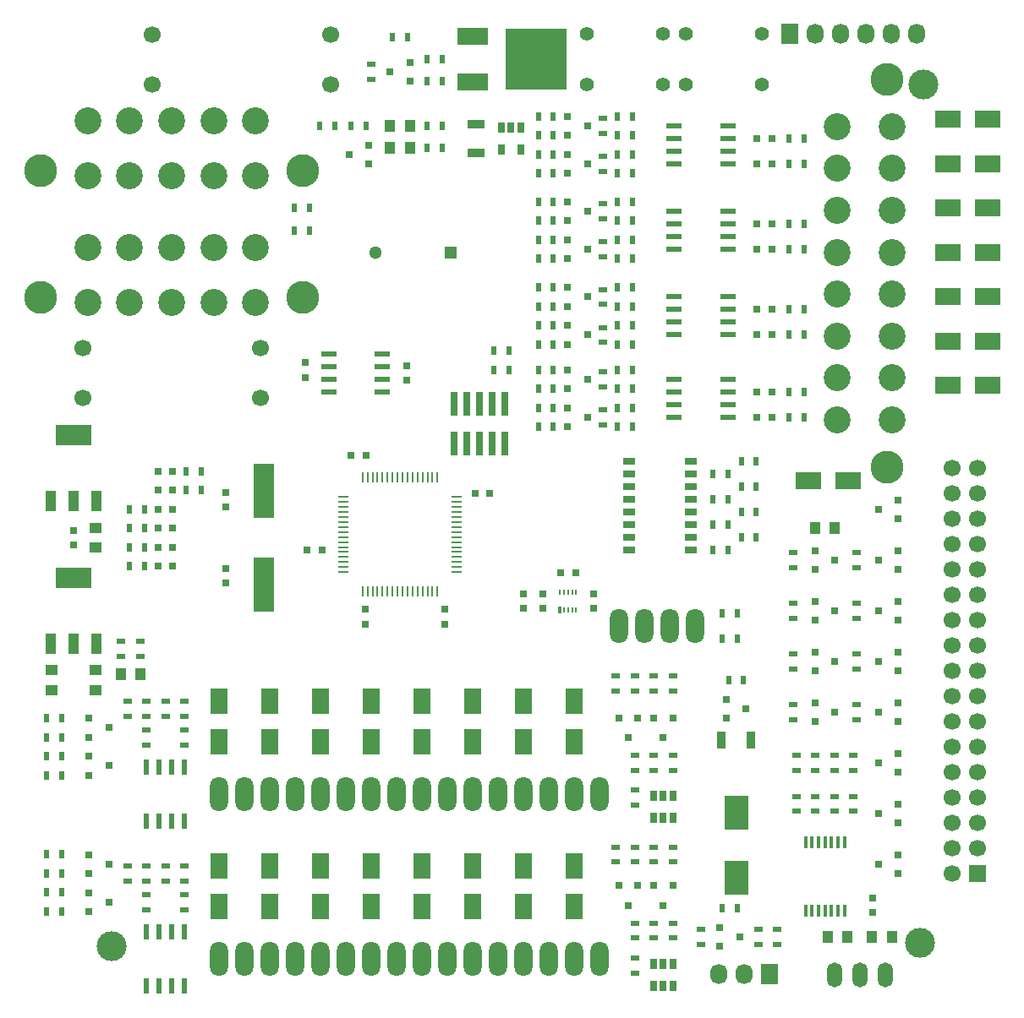
<source format=gts>
%FSLAX46Y46*%
G04 Gerber Fmt 4.6, Leading zero omitted, Abs format (unit mm)*
G04 Created by KiCad (PCBNEW (2014-10-27 BZR 5228)-product) date 6/28/2015 5:24:41 PM*
%MOMM*%
G01*
G04 APERTURE LIST*
%ADD10C,0.100000*%
%ADD11R,1.250000X0.760000*%
%ADD12R,2.400300X3.500120*%
%ADD13R,0.750000X0.800000*%
%ADD14R,1.000000X1.250000*%
%ADD15R,0.800000X0.750000*%
%ADD16R,1.250000X1.000000*%
%ADD17R,1.300000X1.300000*%
%ADD18C,1.300000*%
%ADD19R,0.797560X0.797560*%
%ADD20R,1.800860X2.499360*%
%ADD21R,2.499360X1.800860*%
%ADD22C,1.700000*%
%ADD23O,1.800860X3.500120*%
%ADD24R,1.727200X2.032000*%
%ADD25O,1.727200X2.032000*%
%ADD26C,2.700000*%
%ADD27C,3.300000*%
%ADD28R,0.760000X2.400000*%
%ADD29R,1.550000X0.600000*%
%ADD30R,0.600000X1.550000*%
%ADD31R,0.500000X0.900000*%
%ADD32R,0.900000X0.500000*%
%ADD33R,1.700000X0.900000*%
%ADD34R,0.900000X1.700000*%
%ADD35R,0.400000X1.200000*%
%ADD36R,1.000000X0.250000*%
%ADD37R,0.250000X1.000000*%
%ADD38R,3.657600X2.032000*%
%ADD39R,1.016000X2.032000*%
%ADD40O,1.501140X2.499360*%
%ADD41R,0.350000X0.725000*%
%ADD42R,0.225000X0.600000*%
%ADD43R,1.998980X5.499100*%
%ADD44R,0.800100X0.800100*%
%ADD45R,0.650000X1.060000*%
%ADD46C,1.397000*%
%ADD47R,3.048000X1.651000*%
%ADD48R,6.096000X6.096000*%
%ADD49C,3.000000*%
%ADD50R,1.700000X1.700000*%
G04 APERTURE END LIST*
D10*
D11*
X123407500Y-125095000D03*
X123407500Y-126365000D03*
X123407500Y-127635000D03*
X123407500Y-128905000D03*
X123407500Y-130175000D03*
X123407500Y-131445000D03*
X123407500Y-132715000D03*
X123407500Y-133985000D03*
X117257500Y-125095000D03*
X117257500Y-126365000D03*
X117257500Y-127635000D03*
X117257500Y-128905000D03*
X117257500Y-130175000D03*
X117257500Y-131445000D03*
X117257500Y-132715000D03*
X117257500Y-133985000D03*
D12*
X127952500Y-160261300D03*
X127952500Y-166763700D03*
D13*
X141605000Y-170295000D03*
X141605000Y-168795000D03*
D14*
X137842500Y-131762500D03*
X135842500Y-131762500D03*
D13*
X76835000Y-128155000D03*
X76835000Y-129655000D03*
X76835000Y-137275000D03*
X76835000Y-135775000D03*
D15*
X89420000Y-124460000D03*
X90920000Y-124460000D03*
X101802500Y-128270000D03*
X103302500Y-128270000D03*
D13*
X98742500Y-139902500D03*
X98742500Y-141402500D03*
D15*
X84975000Y-133985000D03*
X86475000Y-133985000D03*
D13*
X90805000Y-141402500D03*
X90805000Y-139902500D03*
X84772500Y-115137500D03*
X84772500Y-116637500D03*
X94932500Y-115455000D03*
X94932500Y-116955000D03*
D16*
X63817500Y-146002500D03*
X63817500Y-148002500D03*
X59372500Y-146002500D03*
X59372500Y-148002500D03*
D14*
X93297500Y-93662500D03*
X95297500Y-93662500D03*
D16*
X63817500Y-131715000D03*
X63817500Y-133715000D03*
D13*
X61595000Y-131965000D03*
X61595000Y-133465000D03*
D17*
X99377500Y-104140000D03*
D18*
X91877500Y-104140000D03*
D14*
X95297500Y-91440000D03*
X93297500Y-91440000D03*
X66310000Y-146367500D03*
X68310000Y-146367500D03*
X143557500Y-172720000D03*
X141557500Y-172720000D03*
X137112500Y-172720000D03*
X139112500Y-172720000D03*
D13*
X106680000Y-139815000D03*
X106680000Y-138315000D03*
D15*
X110375000Y-136207500D03*
X111875000Y-136207500D03*
D13*
X108585000Y-139815000D03*
X108585000Y-138315000D03*
X113665000Y-139815000D03*
X113665000Y-138315000D03*
D19*
X130060700Y-120650000D03*
X131559300Y-120650000D03*
X130060700Y-92710000D03*
X131559300Y-92710000D03*
X130060700Y-118110000D03*
X131559300Y-118110000D03*
X130060700Y-95250000D03*
X131559300Y-95250000D03*
X130060700Y-112395000D03*
X131559300Y-112395000D03*
X130060700Y-101282500D03*
X131559300Y-101282500D03*
X130060700Y-109855000D03*
X131559300Y-109855000D03*
X130060700Y-103822500D03*
X131559300Y-103822500D03*
D20*
X76200000Y-149131020D03*
X76200000Y-153128980D03*
X86360000Y-149131020D03*
X86360000Y-153128980D03*
X96520000Y-149131020D03*
X96520000Y-153128980D03*
X106680000Y-149131020D03*
X106680000Y-153128980D03*
X76200000Y-165641020D03*
X76200000Y-169638980D03*
X86360000Y-165641020D03*
X86360000Y-169638980D03*
X96520000Y-165641020D03*
X96520000Y-169638980D03*
X106680000Y-165641020D03*
X106680000Y-169638980D03*
X81280000Y-149131020D03*
X81280000Y-153128980D03*
X91440000Y-149131020D03*
X91440000Y-153128980D03*
X101600000Y-149131020D03*
X101600000Y-153128980D03*
X111760000Y-149131020D03*
X111760000Y-153128980D03*
X81280000Y-165641020D03*
X81280000Y-169638980D03*
X91440000Y-165641020D03*
X91440000Y-169638980D03*
X101600000Y-165641020D03*
X101600000Y-169638980D03*
X111760000Y-165641020D03*
X111760000Y-169638980D03*
D19*
X71551800Y-129857500D03*
X70053200Y-129857500D03*
X71551800Y-131762500D03*
X70053200Y-131762500D03*
X71551800Y-133667500D03*
X70053200Y-133667500D03*
X71551800Y-135572500D03*
X70053200Y-135572500D03*
D21*
X135161020Y-127000000D03*
X139158980Y-127000000D03*
X153128980Y-90805000D03*
X149131020Y-90805000D03*
X153128980Y-117475000D03*
X149131020Y-117475000D03*
X153128980Y-95250000D03*
X149131020Y-95250000D03*
X153128980Y-113030000D03*
X149131020Y-113030000D03*
X153128980Y-99695000D03*
X149131020Y-99695000D03*
X153128980Y-108585000D03*
X149131020Y-108585000D03*
X153128980Y-104140000D03*
X149131020Y-104140000D03*
D22*
X62537500Y-113705000D03*
X62537500Y-118705000D03*
X80337500Y-118705000D03*
X80337500Y-113705000D03*
X69522500Y-82272500D03*
X69522500Y-87272500D03*
X87322500Y-87272500D03*
X87322500Y-82272500D03*
D19*
X71551800Y-127952500D03*
X70053200Y-127952500D03*
D23*
X116205000Y-141605000D03*
X118745000Y-141605000D03*
X121285000Y-141605000D03*
X123825000Y-141605000D03*
D24*
X131313679Y-176482250D03*
D25*
X128773679Y-176482250D03*
X126233679Y-176482250D03*
D26*
X71437500Y-90912500D03*
X71437500Y-96412500D03*
X75637500Y-90912500D03*
X75637500Y-96412500D03*
X79837500Y-90912500D03*
X79837500Y-96412500D03*
X67237500Y-96412500D03*
X67237500Y-90912500D03*
X63037500Y-96412500D03*
X63037500Y-90912500D03*
D27*
X84537500Y-95952500D03*
X58337500Y-95952500D03*
D26*
X71437500Y-103612500D03*
X71437500Y-109112500D03*
X75637500Y-103612500D03*
X75637500Y-109112500D03*
X79837500Y-103612500D03*
X79837500Y-109112500D03*
X67237500Y-109112500D03*
X67237500Y-103612500D03*
X63037500Y-109112500D03*
X63037500Y-103612500D03*
D27*
X84537500Y-108652500D03*
X58337500Y-108652500D03*
D26*
X138061250Y-112503750D03*
X143561250Y-112503750D03*
X138061250Y-108303750D03*
X143561250Y-108303750D03*
X138061250Y-104103750D03*
X143561250Y-104103750D03*
X143561250Y-116703750D03*
X138061250Y-116703750D03*
X143561250Y-120903750D03*
X138061250Y-120903750D03*
D27*
X143101250Y-86803750D03*
X143101250Y-125603750D03*
D26*
X138061250Y-99903750D03*
X143561250Y-99903750D03*
X138061250Y-95703750D03*
X143561250Y-95703750D03*
X143561250Y-91503750D03*
X138061250Y-91503750D03*
D23*
X76200000Y-158432500D03*
X78740000Y-158432500D03*
X81280000Y-158432500D03*
X83820000Y-158432500D03*
X86360000Y-158432500D03*
X88900000Y-158432500D03*
X91440000Y-158432500D03*
X93980000Y-158432500D03*
X96520000Y-158432500D03*
X99060000Y-158432500D03*
X101600000Y-158432500D03*
X104140000Y-158432500D03*
X106680000Y-158432500D03*
X109220000Y-158432500D03*
X111760000Y-158432500D03*
X114300000Y-158432500D03*
X76200000Y-174942500D03*
X78740000Y-174942500D03*
X81280000Y-174942500D03*
X83820000Y-174942500D03*
X86360000Y-174942500D03*
X88900000Y-174942500D03*
X91440000Y-174942500D03*
X93980000Y-174942500D03*
X96520000Y-174942500D03*
X99060000Y-174942500D03*
X101600000Y-174942500D03*
X104140000Y-174942500D03*
X106680000Y-174942500D03*
X109220000Y-174942500D03*
X111760000Y-174942500D03*
X114300000Y-174942500D03*
D19*
X71551800Y-126047500D03*
X70053200Y-126047500D03*
D28*
X99695000Y-123235000D03*
X99695000Y-119335000D03*
X100965000Y-123235000D03*
X100965000Y-119335000D03*
X104775000Y-119335000D03*
X104775000Y-123235000D03*
X103505000Y-119335000D03*
X103505000Y-123235000D03*
X102235000Y-119335000D03*
X102235000Y-123235000D03*
D29*
X121760000Y-116840000D03*
X121760000Y-118110000D03*
X121760000Y-119380000D03*
X121760000Y-120650000D03*
X127160000Y-120650000D03*
X127160000Y-119380000D03*
X127160000Y-118110000D03*
X127160000Y-116840000D03*
X121760000Y-91440000D03*
X121760000Y-92710000D03*
X121760000Y-93980000D03*
X121760000Y-95250000D03*
X127160000Y-95250000D03*
X127160000Y-93980000D03*
X127160000Y-92710000D03*
X127160000Y-91440000D03*
X121760000Y-108585000D03*
X121760000Y-109855000D03*
X121760000Y-111125000D03*
X121760000Y-112395000D03*
X127160000Y-112395000D03*
X127160000Y-111125000D03*
X127160000Y-109855000D03*
X127160000Y-108585000D03*
X121760000Y-100012500D03*
X121760000Y-101282500D03*
X121760000Y-102552500D03*
X121760000Y-103822500D03*
X127160000Y-103822500D03*
X127160000Y-102552500D03*
X127160000Y-101282500D03*
X127160000Y-100012500D03*
D30*
X72707500Y-155732500D03*
X71437500Y-155732500D03*
X70167500Y-155732500D03*
X68897500Y-155732500D03*
X68897500Y-161132500D03*
X70167500Y-161132500D03*
X71437500Y-161132500D03*
X72707500Y-161132500D03*
X72707500Y-172242500D03*
X71437500Y-172242500D03*
X70167500Y-172242500D03*
X68897500Y-172242500D03*
X68897500Y-177642500D03*
X70167500Y-177642500D03*
X71437500Y-177642500D03*
X72707500Y-177642500D03*
D31*
X108152500Y-119697500D03*
X109652500Y-119697500D03*
X117590000Y-119697500D03*
X116090000Y-119697500D03*
X134735000Y-120650000D03*
X133235000Y-120650000D03*
X134735000Y-92710000D03*
X133235000Y-92710000D03*
X117590000Y-90487500D03*
X116090000Y-90487500D03*
X108152500Y-90487500D03*
X109652500Y-90487500D03*
X108152500Y-121602500D03*
X109652500Y-121602500D03*
X117590000Y-121602500D03*
X116090000Y-121602500D03*
X117590000Y-92392500D03*
X116090000Y-92392500D03*
X108152500Y-92392500D03*
X109652500Y-92392500D03*
D32*
X114617500Y-121400000D03*
X114617500Y-119900000D03*
X114617500Y-90690000D03*
X114617500Y-92190000D03*
D31*
X108152500Y-115887500D03*
X109652500Y-115887500D03*
X117590000Y-115887500D03*
X116090000Y-115887500D03*
X134735000Y-118110000D03*
X133235000Y-118110000D03*
X134735000Y-95250000D03*
X133235000Y-95250000D03*
X117590000Y-94297500D03*
X116090000Y-94297500D03*
X108152500Y-94297500D03*
X109652500Y-94297500D03*
X108152500Y-117792500D03*
X109652500Y-117792500D03*
X117590000Y-117792500D03*
X116090000Y-117792500D03*
X117590000Y-96202500D03*
X116090000Y-96202500D03*
X108152500Y-96202500D03*
X109652500Y-96202500D03*
D32*
X114617500Y-117590000D03*
X114617500Y-116090000D03*
X114617500Y-94500000D03*
X114617500Y-96000000D03*
D31*
X108152500Y-111442500D03*
X109652500Y-111442500D03*
X117590000Y-111442500D03*
X116090000Y-111442500D03*
X134735000Y-112395000D03*
X133235000Y-112395000D03*
X134735000Y-101282500D03*
X133235000Y-101282500D03*
X117590000Y-99060000D03*
X116090000Y-99060000D03*
X108152500Y-99060000D03*
X109652500Y-99060000D03*
X108152500Y-113347500D03*
X109652500Y-113347500D03*
X117590000Y-113347500D03*
X116090000Y-113347500D03*
X117590000Y-100965000D03*
X116090000Y-100965000D03*
X108152500Y-100965000D03*
X109652500Y-100965000D03*
D32*
X114617500Y-113145000D03*
X114617500Y-111645000D03*
X114617500Y-99262500D03*
X114617500Y-100762500D03*
D31*
X108152500Y-107632500D03*
X109652500Y-107632500D03*
X117590000Y-107632500D03*
X116090000Y-107632500D03*
X134735000Y-109855000D03*
X133235000Y-109855000D03*
X134735000Y-103822500D03*
X133235000Y-103822500D03*
X117590000Y-102870000D03*
X116090000Y-102870000D03*
X108152500Y-102870000D03*
X109652500Y-102870000D03*
X108152500Y-109537500D03*
X109652500Y-109537500D03*
X117590000Y-109537500D03*
X116090000Y-109537500D03*
X117590000Y-104775000D03*
X116090000Y-104775000D03*
X108152500Y-104775000D03*
X109652500Y-104775000D03*
D32*
X114617500Y-109335000D03*
X114617500Y-107835000D03*
X114617500Y-103072500D03*
X114617500Y-104572500D03*
X121602500Y-171335000D03*
X121602500Y-172835000D03*
X117792500Y-176327500D03*
X117792500Y-174827500D03*
X121602500Y-154507500D03*
X121602500Y-156007500D03*
X117792500Y-159500000D03*
X117792500Y-158000000D03*
X119697500Y-163715000D03*
X119697500Y-165215000D03*
X119697500Y-172835000D03*
X119697500Y-171335000D03*
X115887500Y-163715000D03*
X115887500Y-165215000D03*
X117792500Y-172835000D03*
X117792500Y-171335000D03*
X119697500Y-146570000D03*
X119697500Y-148070000D03*
X119697500Y-156007500D03*
X119697500Y-154507500D03*
X115887500Y-146570000D03*
X115887500Y-148070000D03*
X117792500Y-156007500D03*
X117792500Y-154507500D03*
X121602500Y-163715000D03*
X121602500Y-165215000D03*
X117792500Y-163715000D03*
X117792500Y-165215000D03*
X121602500Y-146570000D03*
X121602500Y-148070000D03*
X117792500Y-146570000D03*
X117792500Y-148070000D03*
D31*
X58940000Y-150812500D03*
X60440000Y-150812500D03*
D32*
X70802500Y-149110000D03*
X70802500Y-150610000D03*
D31*
X58940000Y-154622500D03*
X60440000Y-154622500D03*
D32*
X66992500Y-149110000D03*
X66992500Y-150610000D03*
D31*
X58940000Y-164465000D03*
X60440000Y-164465000D03*
D32*
X70802500Y-165620000D03*
X70802500Y-167120000D03*
D31*
X58940000Y-168275000D03*
X60440000Y-168275000D03*
D32*
X66992500Y-165620000D03*
X66992500Y-167120000D03*
X72707500Y-153467500D03*
X72707500Y-151967500D03*
X68897500Y-151967500D03*
X68897500Y-153467500D03*
X72707500Y-168477500D03*
X72707500Y-169977500D03*
X68897500Y-168477500D03*
X68897500Y-169977500D03*
D31*
X58940000Y-152717500D03*
X60440000Y-152717500D03*
D32*
X72707500Y-150610000D03*
X72707500Y-149110000D03*
D31*
X58940000Y-156527500D03*
X60440000Y-156527500D03*
D32*
X68897500Y-150610000D03*
X68897500Y-149110000D03*
D31*
X58940000Y-166370000D03*
X60440000Y-166370000D03*
D32*
X72707500Y-167120000D03*
X72707500Y-165620000D03*
D31*
X58940000Y-170180000D03*
X60440000Y-170180000D03*
D32*
X68897500Y-167120000D03*
X68897500Y-165620000D03*
X140017500Y-134187500D03*
X140017500Y-135687500D03*
X140017500Y-139267500D03*
X140017500Y-140767500D03*
X140017500Y-144347500D03*
X140017500Y-145847500D03*
X140017500Y-149427500D03*
X140017500Y-150927500D03*
X139700000Y-156007500D03*
X139700000Y-154507500D03*
X137795000Y-156007500D03*
X137795000Y-154507500D03*
X133667500Y-134187500D03*
X133667500Y-135687500D03*
X135890000Y-156007500D03*
X135890000Y-154507500D03*
X133667500Y-139267500D03*
X133667500Y-140767500D03*
X133985000Y-156007500D03*
X133985000Y-154507500D03*
X133667500Y-144347500D03*
X133667500Y-145847500D03*
X139700000Y-158635000D03*
X139700000Y-160135000D03*
X137795000Y-158635000D03*
X137795000Y-160135000D03*
X135890000Y-158635000D03*
X135890000Y-160135000D03*
X133985000Y-158635000D03*
X133985000Y-160135000D03*
X133667500Y-149427500D03*
X133667500Y-150927500D03*
D31*
X105207500Y-113982500D03*
X103707500Y-113982500D03*
X105207500Y-115887500D03*
X103707500Y-115887500D03*
X72910000Y-127952500D03*
X74410000Y-127952500D03*
X72910000Y-126047500D03*
X74410000Y-126047500D03*
X128067500Y-142875000D03*
X126567500Y-142875000D03*
X128067500Y-140335000D03*
X126567500Y-140335000D03*
X125615000Y-133985000D03*
X127115000Y-133985000D03*
X128472500Y-132715000D03*
X129972500Y-132715000D03*
X125615000Y-131445000D03*
X127115000Y-131445000D03*
X128472500Y-130175000D03*
X129972500Y-130175000D03*
X125615000Y-128905000D03*
X127115000Y-128905000D03*
X128472500Y-127635000D03*
X129972500Y-127635000D03*
X125615000Y-126365000D03*
X127115000Y-126365000D03*
X128472500Y-125095000D03*
X129972500Y-125095000D03*
X85205000Y-101917500D03*
X83705000Y-101917500D03*
X85205000Y-99695000D03*
X83705000Y-99695000D03*
X87745000Y-91440000D03*
X86245000Y-91440000D03*
X89420000Y-91440000D03*
X90920000Y-91440000D03*
D33*
X101917500Y-94160000D03*
X101917500Y-91260000D03*
D31*
X98540000Y-93662500D03*
X97040000Y-93662500D03*
X98540000Y-84772500D03*
X97040000Y-84772500D03*
X97040000Y-91440000D03*
X98540000Y-91440000D03*
D34*
X126502500Y-153035000D03*
X129402500Y-153035000D03*
D31*
X95047500Y-82550000D03*
X93547500Y-82550000D03*
D32*
X91440000Y-86792500D03*
X91440000Y-85292500D03*
D31*
X97040000Y-86995000D03*
X98540000Y-86995000D03*
X127202500Y-147002500D03*
X128702500Y-147002500D03*
D32*
X66357500Y-144577500D03*
X66357500Y-143077500D03*
D31*
X67195000Y-129857500D03*
X68695000Y-129857500D03*
X67195000Y-131762500D03*
X68695000Y-131762500D03*
X67195000Y-133667500D03*
X68695000Y-133667500D03*
X67195000Y-135572500D03*
X68695000Y-135572500D03*
D32*
X68262500Y-144577500D03*
X68262500Y-143077500D03*
X132080000Y-173470000D03*
X132080000Y-171970000D03*
X130175000Y-173470000D03*
X130175000Y-171970000D03*
D31*
X126567500Y-169862500D03*
X128067500Y-169862500D03*
D32*
X124460000Y-171970000D03*
X124460000Y-173470000D03*
D24*
X133350000Y-82232500D03*
D25*
X135890000Y-82232500D03*
X138430000Y-82232500D03*
X140970000Y-82232500D03*
X143510000Y-82232500D03*
X146050000Y-82232500D03*
D35*
X138792500Y-163237500D03*
X138142500Y-163237500D03*
X137492500Y-163237500D03*
X136842500Y-163237500D03*
X136192500Y-163237500D03*
X135542500Y-163237500D03*
X134892500Y-163237500D03*
X134892500Y-170137500D03*
X135542500Y-170137500D03*
X136192500Y-170137500D03*
X136842500Y-170137500D03*
X137492500Y-170137500D03*
X138142500Y-170137500D03*
X138792500Y-170137500D03*
D36*
X88597500Y-128647500D03*
X88597500Y-129147500D03*
X88597500Y-129647500D03*
X88597500Y-130147500D03*
X88597500Y-130647500D03*
X88597500Y-131147500D03*
X88597500Y-131647500D03*
X88597500Y-132147500D03*
X88597500Y-132647500D03*
X88597500Y-133147500D03*
X88597500Y-133647500D03*
X88597500Y-134147500D03*
X88597500Y-134647500D03*
X88597500Y-135147500D03*
X88597500Y-135647500D03*
X88597500Y-136147500D03*
D37*
X90547500Y-138097500D03*
X91047500Y-138097500D03*
X91547500Y-138097500D03*
X92047500Y-138097500D03*
X92547500Y-138097500D03*
X93047500Y-138097500D03*
X93547500Y-138097500D03*
X94047500Y-138097500D03*
X94547500Y-138097500D03*
X95047500Y-138097500D03*
X95547500Y-138097500D03*
X96047500Y-138097500D03*
X96547500Y-138097500D03*
X97047500Y-138097500D03*
X97547500Y-138097500D03*
X98047500Y-138097500D03*
D36*
X99997500Y-136147500D03*
X99997500Y-135647500D03*
X99997500Y-135147500D03*
X99997500Y-134647500D03*
X99997500Y-134147500D03*
X99997500Y-133647500D03*
X99997500Y-133147500D03*
X99997500Y-132647500D03*
X99997500Y-132147500D03*
X99997500Y-131647500D03*
X99997500Y-131147500D03*
X99997500Y-130647500D03*
X99997500Y-130147500D03*
X99997500Y-129647500D03*
X99997500Y-129147500D03*
X99997500Y-128647500D03*
D37*
X98047500Y-126697500D03*
X97547500Y-126697500D03*
X97047500Y-126697500D03*
X96547500Y-126697500D03*
X96047500Y-126697500D03*
X95547500Y-126697500D03*
X95047500Y-126697500D03*
X94547500Y-126697500D03*
X94047500Y-126697500D03*
X93547500Y-126697500D03*
X93047500Y-126697500D03*
X92547500Y-126697500D03*
X92047500Y-126697500D03*
X91547500Y-126697500D03*
X91047500Y-126697500D03*
X90547500Y-126697500D03*
D29*
X92552500Y-118110000D03*
X92552500Y-116840000D03*
X92552500Y-115570000D03*
X92552500Y-114300000D03*
X87152500Y-114300000D03*
X87152500Y-115570000D03*
X87152500Y-116840000D03*
X87152500Y-118110000D03*
D38*
X61595000Y-136715500D03*
D39*
X61595000Y-143319500D03*
X63881000Y-143319500D03*
X59309000Y-143319500D03*
D38*
X61595000Y-122428000D03*
D39*
X61595000Y-129032000D03*
X63881000Y-129032000D03*
X59309000Y-129032000D03*
D40*
X140335000Y-176530000D03*
X142875000Y-176530000D03*
X137795000Y-176530000D03*
D41*
X110325000Y-139965000D03*
D42*
X110725000Y-139965000D03*
X111125000Y-139965000D03*
X111525000Y-139965000D03*
X111925000Y-139965000D03*
X111925000Y-138165000D03*
X111525000Y-138165000D03*
X111125000Y-138165000D03*
X110725000Y-138165000D03*
X110325000Y-138165000D03*
D43*
X80645000Y-128016000D03*
X80645000Y-137414000D03*
D44*
X144193260Y-166367500D03*
X144193260Y-164467500D03*
X142194280Y-165417500D03*
X144193260Y-161287500D03*
X144193260Y-159387500D03*
X142194280Y-160337500D03*
X144193260Y-156207500D03*
X144193260Y-154307500D03*
X142194280Y-155257500D03*
X144193260Y-151127500D03*
X144193260Y-149227500D03*
X142194280Y-150177500D03*
X144193260Y-146047500D03*
X144193260Y-144147500D03*
X142194280Y-145097500D03*
X144193260Y-140967500D03*
X144193260Y-139067500D03*
X142194280Y-140017500D03*
X144193260Y-135887500D03*
X144193260Y-133987500D03*
X142194280Y-134937500D03*
X144193260Y-130807500D03*
X144193260Y-128907500D03*
X142194280Y-129857500D03*
X111076740Y-119700000D03*
X111076740Y-121600000D03*
X113075720Y-120650000D03*
X111076740Y-90490000D03*
X111076740Y-92390000D03*
X113075720Y-91440000D03*
X111076740Y-115890000D03*
X111076740Y-117790000D03*
X113075720Y-116840000D03*
X111076740Y-94300000D03*
X111076740Y-96200000D03*
X113075720Y-95250000D03*
X111076740Y-111445000D03*
X111076740Y-113345000D03*
X113075720Y-112395000D03*
X111076740Y-99062500D03*
X111076740Y-100962500D03*
X113075720Y-100012500D03*
X111076740Y-107635000D03*
X111076740Y-109535000D03*
X113075720Y-108585000D03*
X111076740Y-102872500D03*
X111076740Y-104772500D03*
X113075720Y-103822500D03*
D45*
X121600000Y-175430000D03*
X120650000Y-175430000D03*
X119700000Y-175430000D03*
X119700000Y-177630000D03*
X121600000Y-177630000D03*
X120650000Y-177630000D03*
X121600000Y-158602500D03*
X120650000Y-158602500D03*
X119700000Y-158602500D03*
X119700000Y-160802500D03*
X121600000Y-160802500D03*
X120650000Y-160802500D03*
D44*
X121600000Y-167591740D03*
X119700000Y-167591740D03*
X120650000Y-169590720D03*
X118107500Y-167591740D03*
X116207500Y-167591740D03*
X117157500Y-169590720D03*
X121600000Y-150764240D03*
X119700000Y-150764240D03*
X120650000Y-152763220D03*
X118107500Y-150764240D03*
X116207500Y-150764240D03*
X117157500Y-152763220D03*
X63134240Y-150815000D03*
X63134240Y-152715000D03*
X65133220Y-151765000D03*
X63134240Y-154625000D03*
X63134240Y-156525000D03*
X65133220Y-155575000D03*
X63134240Y-164467500D03*
X63134240Y-166367500D03*
X65133220Y-165417500D03*
X63134240Y-168277500D03*
X63134240Y-170177500D03*
X65133220Y-169227500D03*
X135841740Y-133987500D03*
X135841740Y-135887500D03*
X137840720Y-134937500D03*
X135841740Y-139067500D03*
X135841740Y-140967500D03*
X137840720Y-140017500D03*
X135841740Y-144147500D03*
X135841740Y-146047500D03*
X137840720Y-145097500D03*
X135841740Y-149227500D03*
X135841740Y-151127500D03*
X137840720Y-150177500D03*
X91170760Y-95247500D03*
X91170760Y-93347500D03*
X89171780Y-94297500D03*
X95298260Y-86992500D03*
X95298260Y-85092500D03*
X93299280Y-86042500D03*
X126316740Y-171770000D03*
X126316740Y-173670000D03*
X128315720Y-172720000D03*
D45*
X106360000Y-91610000D03*
X105410000Y-91610000D03*
X104460000Y-91610000D03*
X104460000Y-93810000D03*
X106360000Y-93810000D03*
D44*
X126951740Y-148910000D03*
X126951740Y-150810000D03*
X128950720Y-149860000D03*
D46*
X130492500Y-82232500D03*
X130492500Y-87312500D03*
X122872500Y-82232500D03*
X122872500Y-87312500D03*
X120650000Y-82232500D03*
X120650000Y-87312500D03*
X113030000Y-82232500D03*
X113030000Y-87312500D03*
D47*
X101592000Y-82443833D03*
D48*
X107942000Y-84729833D03*
D47*
X101592000Y-87015833D03*
D49*
X146685000Y-87312500D03*
X65405000Y-173672500D03*
X146367500Y-173355000D03*
D50*
X152082500Y-166370000D03*
D22*
X149542500Y-166370000D03*
X152082500Y-163830000D03*
X149542500Y-163830000D03*
X152082500Y-161290000D03*
X149542500Y-161290000D03*
X152082500Y-158750000D03*
X149542500Y-158750000D03*
X152082500Y-156210000D03*
X149542500Y-156210000D03*
X152082500Y-153670000D03*
X149542500Y-153670000D03*
X152082500Y-151130000D03*
X149542500Y-151130000D03*
X152082500Y-148590000D03*
X149542500Y-148590000D03*
X152082500Y-146050000D03*
X149542500Y-146050000D03*
X152082500Y-143510000D03*
X149542500Y-143510000D03*
X152082500Y-140970000D03*
X149542500Y-140970000D03*
X152082500Y-138430000D03*
X149542500Y-138430000D03*
X152082500Y-135890000D03*
X149542500Y-135890000D03*
X152082500Y-133350000D03*
X149542500Y-133350000D03*
X152082500Y-130810000D03*
X149542500Y-130810000D03*
X152082500Y-128270000D03*
X149542500Y-128270000D03*
X152082500Y-125730000D03*
X149542500Y-125730000D03*
M02*

</source>
